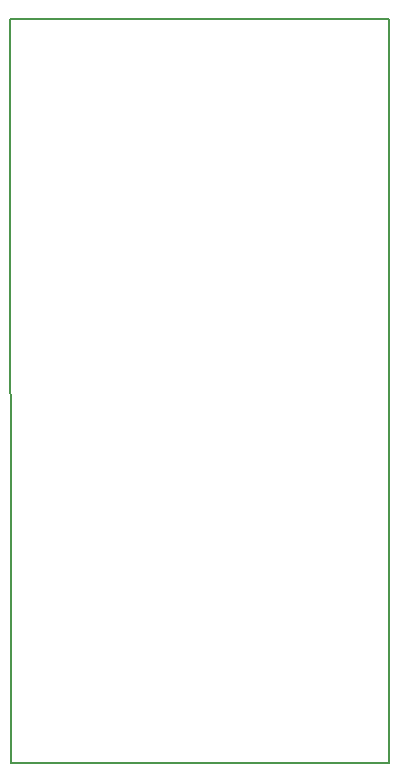
<source format=gbr>
G04 #@! TF.GenerationSoftware,KiCad,Pcbnew,5.1.4-e60b266~84~ubuntu19.04.1*
G04 #@! TF.CreationDate,2019-10-11T10:06:12-05:00*
G04 #@! TF.ProjectId,led-controller,6c65642d-636f-46e7-9472-6f6c6c65722e,rev?*
G04 #@! TF.SameCoordinates,Original*
G04 #@! TF.FileFunction,Profile,NP*
%FSLAX46Y46*%
G04 Gerber Fmt 4.6, Leading zero omitted, Abs format (unit mm)*
G04 Created by KiCad (PCBNEW 5.1.4-e60b266~84~ubuntu19.04.1) date 2019-10-11 10:06:12*
%MOMM*%
%LPD*%
G04 APERTURE LIST*
%ADD10C,0.150000*%
G04 APERTURE END LIST*
D10*
X130495840Y-54930600D02*
X130510000Y-117930000D01*
X162510000Y-117930000D02*
X162510000Y-54930000D01*
X162510000Y-54930000D02*
X130495840Y-54930600D01*
X130510000Y-117930000D02*
X162510000Y-117930000D01*
M02*

</source>
